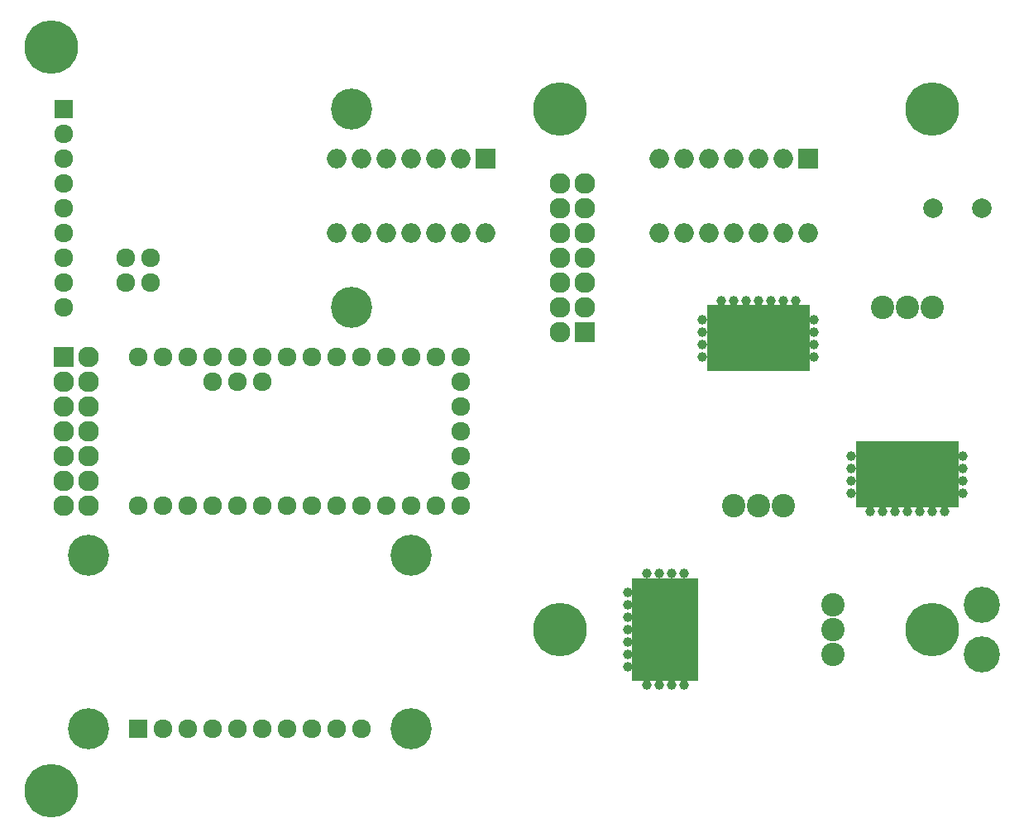
<source format=gbr>
G04 #@! TF.FileFunction,Soldermask,Bot*
%FSLAX46Y46*%
G04 Gerber Fmt 4.6, Leading zero omitted, Abs format (unit mm)*
G04 Created by KiCad (PCBNEW 4.0.6) date Tuesday, June 20, 2017 'PMt' 02:00:50 PM*
%MOMM*%
%LPD*%
G01*
G04 APERTURE LIST*
%ADD10C,0.100000*%
%ADD11R,2.000000X2.000000*%
%ADD12O,2.000000X2.000000*%
%ADD13C,1.924000*%
%ADD14C,4.210000*%
%ADD15R,1.924000X1.924000*%
%ADD16C,3.700000*%
%ADD17C,5.480000*%
%ADD18R,2.127200X2.127200*%
%ADD19O,2.127200X2.127200*%
%ADD20C,1.000000*%
%ADD21C,2.400000*%
%ADD22R,10.560000X6.750000*%
%ADD23R,6.750000X10.560000*%
%ADD24C,2.000000*%
G04 APERTURE END LIST*
D10*
D11*
X165100000Y-78740000D03*
D12*
X149860000Y-86360000D03*
X162560000Y-78740000D03*
X152400000Y-86360000D03*
X160020000Y-78740000D03*
X154940000Y-86360000D03*
X157480000Y-78740000D03*
X157480000Y-86360000D03*
X154940000Y-78740000D03*
X160020000Y-86360000D03*
X152400000Y-78740000D03*
X162560000Y-86360000D03*
X149860000Y-78740000D03*
X165100000Y-86360000D03*
D11*
X198120000Y-78740000D03*
D12*
X182880000Y-86360000D03*
X195580000Y-78740000D03*
X185420000Y-86360000D03*
X193040000Y-78740000D03*
X187960000Y-86360000D03*
X190500000Y-78740000D03*
X190500000Y-86360000D03*
X187960000Y-78740000D03*
X193040000Y-86360000D03*
X185420000Y-78740000D03*
X195580000Y-86360000D03*
X182880000Y-78740000D03*
X198120000Y-86360000D03*
D13*
X128270000Y-88900000D03*
X130810000Y-88900000D03*
X128270000Y-91440000D03*
X130810000Y-91440000D03*
D14*
X151384000Y-73660000D03*
X151384000Y-93980000D03*
D15*
X121920000Y-73660000D03*
D13*
X121920000Y-76200000D03*
X121920000Y-78740000D03*
X121920000Y-81280000D03*
X121920000Y-83820000D03*
X121920000Y-86360000D03*
X121920000Y-88900000D03*
X121920000Y-91440000D03*
X121920000Y-93980000D03*
D14*
X124460000Y-137160000D03*
X124460000Y-119380000D03*
X157480000Y-119380000D03*
X157480000Y-137160000D03*
D15*
X129540000Y-137160000D03*
D13*
X132080000Y-137160000D03*
X134620000Y-137160000D03*
X137160000Y-137160000D03*
X139700000Y-137160000D03*
X142240000Y-137160000D03*
X144780000Y-137160000D03*
X147320000Y-137160000D03*
X149860000Y-137160000D03*
X152400000Y-137160000D03*
D16*
X215900000Y-129540000D03*
X215900000Y-124460000D03*
D17*
X172720000Y-127000000D03*
X210820000Y-127000000D03*
X210820000Y-73660000D03*
D18*
X175260000Y-96520000D03*
D19*
X172720000Y-96520000D03*
X175260000Y-93980000D03*
X172720000Y-93980000D03*
X175260000Y-91440000D03*
X172720000Y-91440000D03*
X175260000Y-88900000D03*
X172720000Y-88900000D03*
X175260000Y-86360000D03*
X172720000Y-86360000D03*
X175260000Y-83820000D03*
X172720000Y-83820000D03*
X175260000Y-81280000D03*
X172720000Y-81280000D03*
D17*
X172720000Y-73660000D03*
D18*
X121920000Y-99060000D03*
D19*
X124460000Y-99060000D03*
X121920000Y-101600000D03*
X124460000Y-101600000D03*
X121920000Y-104140000D03*
X124460000Y-104140000D03*
X121920000Y-106680000D03*
X124460000Y-106680000D03*
X121920000Y-109220000D03*
X124460000Y-109220000D03*
X121920000Y-111760000D03*
X124460000Y-111760000D03*
X121920000Y-114300000D03*
X124460000Y-114300000D03*
D17*
X120650000Y-67310000D03*
X120650000Y-143510000D03*
D20*
X204470000Y-114935000D03*
X205740000Y-114935000D03*
X207010000Y-114935000D03*
X212090000Y-114935000D03*
X210820000Y-114935000D03*
X209550000Y-114935000D03*
X208280000Y-114935000D03*
X213995000Y-113030000D03*
X213995000Y-111760000D03*
X213995000Y-110490000D03*
X213995000Y-109220000D03*
X202565000Y-109220000D03*
X202565000Y-110490000D03*
X202565000Y-111760000D03*
X202565000Y-113030000D03*
D21*
X210820000Y-93980000D03*
X208280000Y-93980000D03*
X205740000Y-93980000D03*
D22*
X208280000Y-111125000D03*
D20*
X196850000Y-93345000D03*
X195580000Y-93345000D03*
X194310000Y-93345000D03*
X189230000Y-93345000D03*
X190500000Y-93345000D03*
X191770000Y-93345000D03*
X193040000Y-93345000D03*
X187325000Y-95250000D03*
X187325000Y-96520000D03*
X187325000Y-97790000D03*
X187325000Y-99060000D03*
X198755000Y-99060000D03*
X198755000Y-97790000D03*
X198755000Y-96520000D03*
X198755000Y-95250000D03*
D21*
X190500000Y-114300000D03*
X193040000Y-114300000D03*
X195580000Y-114300000D03*
D22*
X193040000Y-97155000D03*
D20*
X179705000Y-123190000D03*
X179705000Y-124460000D03*
X179705000Y-125730000D03*
X179705000Y-130810000D03*
X179705000Y-129540000D03*
X179705000Y-128270000D03*
X179705000Y-127000000D03*
X181610000Y-132715000D03*
X182880000Y-132715000D03*
X184150000Y-132715000D03*
X185420000Y-132715000D03*
X185420000Y-121285000D03*
X184150000Y-121285000D03*
X182880000Y-121285000D03*
X181610000Y-121285000D03*
D21*
X200660000Y-129540000D03*
X200660000Y-127000000D03*
X200660000Y-124460000D03*
D23*
X183515000Y-127000000D03*
D24*
X215900000Y-83820000D03*
X210900000Y-83820000D03*
D13*
X129540000Y-114300000D03*
X132080000Y-114300000D03*
X134620000Y-114300000D03*
X137160000Y-114300000D03*
X139700000Y-114300000D03*
X142240000Y-114300000D03*
X144780000Y-114300000D03*
X147320000Y-114300000D03*
X149860000Y-114300000D03*
X152400000Y-114300000D03*
X154940000Y-114300000D03*
X157480000Y-114300000D03*
X160020000Y-114300000D03*
X162560000Y-114300000D03*
X162560000Y-99060000D03*
X160020000Y-99060000D03*
X157480000Y-99060000D03*
X154940000Y-99060000D03*
X152400000Y-99060000D03*
X149860000Y-99060000D03*
X147320000Y-99060000D03*
X144780000Y-99060000D03*
X142240000Y-99060000D03*
X139700000Y-99060000D03*
X137160000Y-99060000D03*
X134620000Y-99060000D03*
X132080000Y-99060000D03*
X129540000Y-99060000D03*
X137160000Y-101600000D03*
X139700000Y-101600000D03*
X142240000Y-101600000D03*
X162560000Y-101600000D03*
X162560000Y-104140000D03*
X162560000Y-106680000D03*
X162560000Y-109220000D03*
X162560000Y-111760000D03*
M02*

</source>
